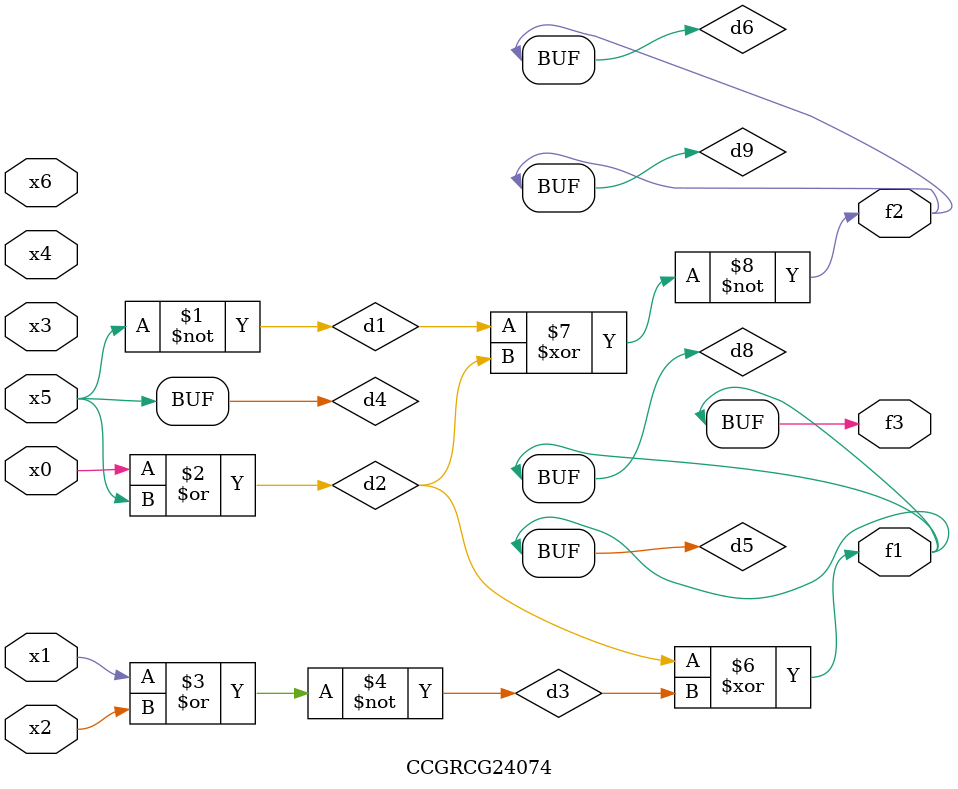
<source format=v>
module CCGRCG24074(
	input x0, x1, x2, x3, x4, x5, x6,
	output f1, f2, f3
);

	wire d1, d2, d3, d4, d5, d6, d7, d8, d9;

	nand (d1, x5);
	or (d2, x0, x5);
	nor (d3, x1, x2);
	xnor (d4, d1);
	xor (d5, d2, d3);
	xnor (d6, d1, d2);
	not (d7, x4);
	buf (d8, d5);
	xor (d9, d6);
	assign f1 = d8;
	assign f2 = d9;
	assign f3 = d8;
endmodule

</source>
